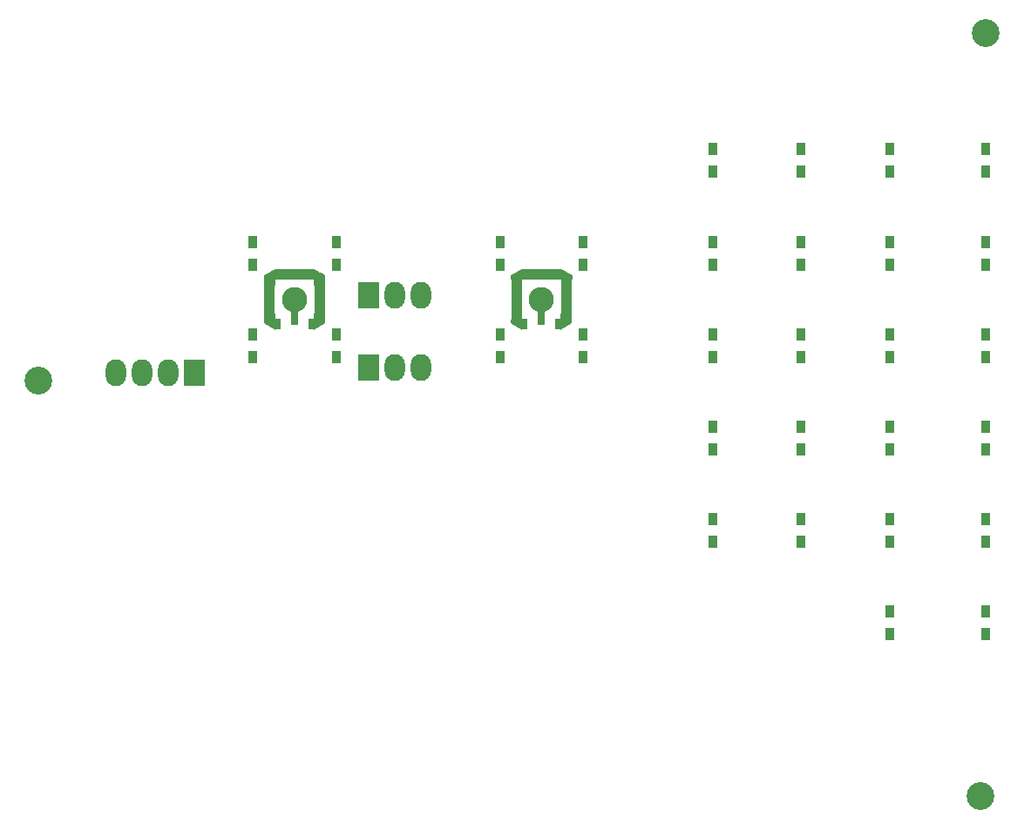
<source format=gbr>
G04 #@! TF.GenerationSoftware,KiCad,Pcbnew,(5.1.4-0-10_14)*
G04 #@! TF.CreationDate,2019-10-31T09:52:31+01:00*
G04 #@! TF.ProjectId,EWI_Left,4557495f-4c65-4667-942e-6b696361645f,-*
G04 #@! TF.SameCoordinates,Original*
G04 #@! TF.FileFunction,Soldermask,Top*
G04 #@! TF.FilePolarity,Negative*
%FSLAX46Y46*%
G04 Gerber Fmt 4.6, Leading zero omitted, Abs format (unit mm)*
G04 Created by KiCad (PCBNEW (5.1.4-0-10_14)) date 2019-10-31 09:52:31*
%MOMM*%
%LPD*%
G04 APERTURE LIST*
%ADD10R,0.900000X1.200000*%
%ADD11R,2.000000X2.600000*%
%ADD12O,2.000000X2.600000*%
%ADD13C,2.700000*%
%ADD14C,0.867506*%
%ADD15C,0.100000*%
%ADD16R,0.608000X1.090000*%
%ADD17R,1.090000X3.920000*%
%ADD18C,2.450000*%
%ADD19R,0.640000X2.450000*%
%ADD20R,3.920000X1.090000*%
G04 APERTURE END LIST*
D10*
X87796850Y-60358876D03*
X87796850Y-58158876D03*
D11*
X58140000Y-61870000D03*
D12*
X55600000Y-61870000D03*
X53060000Y-61870000D03*
X50520000Y-61870000D03*
D11*
X75060000Y-54370000D03*
D12*
X77600000Y-54370000D03*
X80140000Y-54370000D03*
D11*
X75020000Y-61370000D03*
D12*
X77560000Y-61370000D03*
X80100000Y-61370000D03*
D13*
X135030000Y-28900000D03*
X134530000Y-103070000D03*
X42960000Y-62660000D03*
D10*
X135016850Y-42368876D03*
X135016850Y-40168876D03*
X135016850Y-51368876D03*
X135016850Y-49168876D03*
X135016850Y-60358876D03*
X135016850Y-58158876D03*
X135016850Y-69348876D03*
X135016850Y-67148876D03*
X135016850Y-78338876D03*
X135016850Y-76138876D03*
X135016850Y-87328876D03*
X135016850Y-85128876D03*
X125666850Y-42368876D03*
X125666850Y-40168876D03*
X125666850Y-51368876D03*
X125666850Y-49168876D03*
X125666850Y-60358876D03*
X125666850Y-58158876D03*
X125666850Y-69348876D03*
X125666850Y-67148876D03*
X125666850Y-78338876D03*
X125666850Y-76138876D03*
X125666850Y-87328876D03*
X125666850Y-85128876D03*
X117056850Y-42368876D03*
X117056850Y-40168876D03*
X117056850Y-51368876D03*
X117056850Y-49168876D03*
X117056850Y-60358876D03*
X117056850Y-58158876D03*
X117056850Y-69348876D03*
X117056850Y-67148876D03*
X117056850Y-78338876D03*
X117056850Y-76138876D03*
X108526850Y-42368876D03*
X108526850Y-40168876D03*
X108526850Y-51368876D03*
X108526850Y-49168876D03*
X108526850Y-60358876D03*
X108526850Y-58158876D03*
X108526850Y-69348876D03*
X108526850Y-67148876D03*
X108526850Y-78338876D03*
X108526850Y-76138876D03*
X95866850Y-49168876D03*
X95866850Y-51368876D03*
X95866850Y-60358876D03*
X95866850Y-58158876D03*
X87796850Y-49168876D03*
X87796850Y-51368876D03*
X71896850Y-49168876D03*
X71896850Y-51368876D03*
X71896850Y-60358876D03*
X71896850Y-58158876D03*
X63826850Y-49168876D03*
X63826850Y-51368876D03*
X63826850Y-60358876D03*
X63826850Y-58158876D03*
D14*
X65456850Y-56908876D03*
D15*
G36*
X66001850Y-57721376D02*
G01*
X64911850Y-57096376D01*
X64911850Y-56721376D01*
X66001850Y-56096376D01*
X66001850Y-57721376D01*
X66001850Y-57721376D01*
G37*
D14*
X65456850Y-52608876D03*
D15*
G36*
X66001850Y-53421376D02*
G01*
X64911850Y-52796376D01*
X64911850Y-52421376D01*
X66001850Y-51796376D01*
X66001850Y-53421376D01*
X66001850Y-53421376D01*
G37*
D14*
X70256850Y-56908876D03*
D15*
G36*
X69711850Y-56096376D02*
G01*
X70801850Y-56721376D01*
X70801850Y-57096376D01*
X69711850Y-57721376D01*
X69711850Y-56096376D01*
X69711850Y-56096376D01*
G37*
D16*
X66256850Y-57158876D03*
D17*
X70271850Y-54758876D03*
D18*
X67856850Y-54758876D03*
D19*
X67856850Y-56008876D03*
D17*
X65441850Y-54758876D03*
D20*
X67856850Y-52343876D03*
D16*
X69456850Y-57158876D03*
D14*
X70306850Y-52608876D03*
D15*
G36*
X69761850Y-51796376D02*
G01*
X70851850Y-52421376D01*
X70851850Y-52796376D01*
X69761850Y-53421376D01*
X69761850Y-51796376D01*
X69761850Y-51796376D01*
G37*
D14*
X89436850Y-56908876D03*
D15*
G36*
X89981850Y-57721376D02*
G01*
X88891850Y-57096376D01*
X88891850Y-56721376D01*
X89981850Y-56096376D01*
X89981850Y-57721376D01*
X89981850Y-57721376D01*
G37*
D14*
X89436850Y-52608876D03*
D15*
G36*
X89981850Y-53421376D02*
G01*
X88891850Y-52796376D01*
X88891850Y-52421376D01*
X89981850Y-51796376D01*
X89981850Y-53421376D01*
X89981850Y-53421376D01*
G37*
D14*
X94236850Y-56908876D03*
D15*
G36*
X93691850Y-56096376D02*
G01*
X94781850Y-56721376D01*
X94781850Y-57096376D01*
X93691850Y-57721376D01*
X93691850Y-56096376D01*
X93691850Y-56096376D01*
G37*
D16*
X90236850Y-57158876D03*
D17*
X94251850Y-54758876D03*
D18*
X91836850Y-54758876D03*
D19*
X91836850Y-56008876D03*
D17*
X89421850Y-54758876D03*
D20*
X91836850Y-52343876D03*
D16*
X93436850Y-57158876D03*
D14*
X94286850Y-52608876D03*
D15*
G36*
X93741850Y-51796376D02*
G01*
X94831850Y-52421376D01*
X94831850Y-52796376D01*
X93741850Y-53421376D01*
X93741850Y-51796376D01*
X93741850Y-51796376D01*
G37*
M02*

</source>
